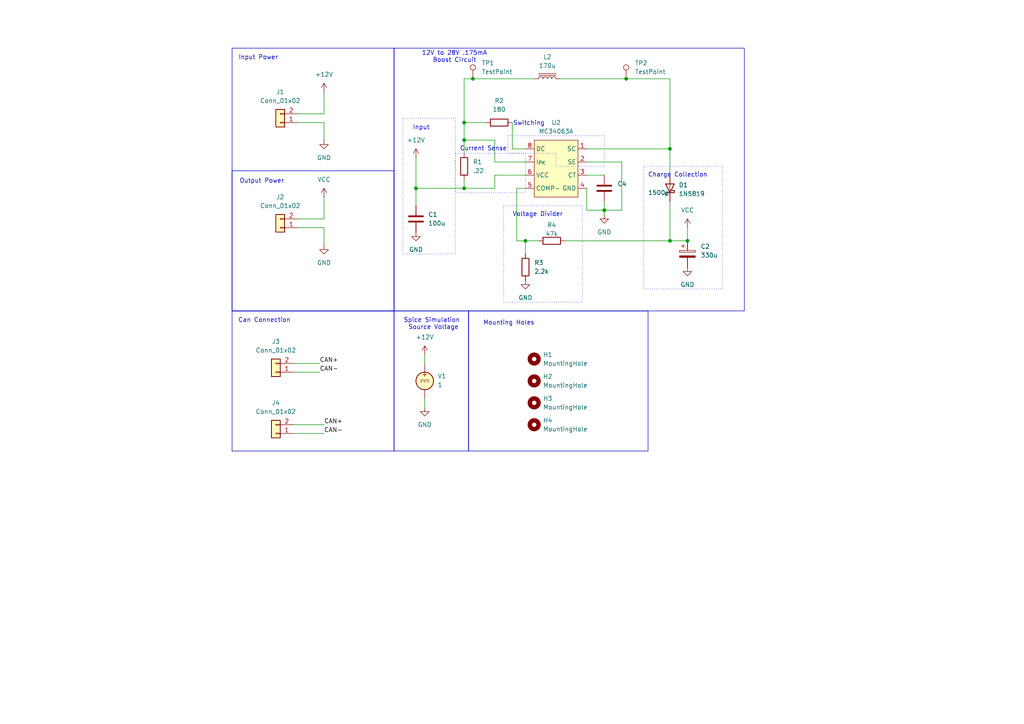
<source format=kicad_sch>
(kicad_sch (version 20250114) (generator "eeschema") (generator_version "9.0")
  (paper "A4")
  (lib_symbols
    (symbol "Connector:TestPoint" (pin_numbers (hide yes)) (pin_names (offset 0.762) (hide yes))
      (property "Reference" "TP" (at 0 6.858 0))
      (property "Value" "TestPoint" (at 0 5.08 0))
      (symbol "TestPoint_0_1"
        (circle (center 0 3.302) (radius 0.762))
      )
      (symbol "TestPoint_1_1"
        (pin passive line (at 0 0 90) (length 2.54) (name "1") (number "1"))
      )
    )
    (symbol "Connector_Generic:Conn_01x02" (pin_names (offset 1.016) (hide yes))
      (property "Reference" "J" (at 0 2.54 0))
      (property "Value" "Conn_01x02" (at 0 -5.08 0))
      (symbol "Conn_01x02_1_1"
        (rectangle (start -1.27 1.27) (end 1.27 -3.81) (stroke (width 0.254)) (fill (type background)))
        (rectangle (start -1.27 0.127) (end 0 -0.127) (stroke (width 0.1524)))
        (rectangle (start -1.27 -2.413) (end 0 -2.667) (stroke (width 0.1524)))
        (pin passive line (at -5.08 0 0) (length 3.81) (name "Pin_1") (number "1"))
        (pin passive line (at -5.08 -2.54 0) (length 3.81) (name "Pin_2") (number "2"))
      )
    )
    (symbol "Device:C" (pin_numbers (hide yes)) (pin_names (offset 0.254))
      (property "Reference" "C" (at 0.635 2.54 0))
      (property "Value" "C" (at 0.635 -2.54 0))
      (symbol "C_0_1"
        (polyline (pts (xy -2.032 0.762) (xy 2.032 0.762)) (stroke (width 0.508)))
        (polyline (pts (xy -2.032 -0.762) (xy 2.032 -0.762)) (stroke (width 0.508)))
      )
      (symbol "C_1_1"
        (pin passive line (at 0 3.81 270) (length 2.794) (name "~") (number "1"))
        (pin passive line (at 0 -3.81 90) (length 2.794) (name "~") (number "2"))
      )
    )
    (symbol "Device:C_Polarized" (pin_numbers (hide yes)) (pin_names (offset 0.254))
      (property "Reference" "C" (at 0.635 2.54 0))
      (property "Value" "C_Polarized" (at 0.635 -2.54 0))
      (symbol "C_Polarized_0_1"
        (rectangle (start -2.286 0.508) (end 2.286 1.016))
        (polyline (pts (xy -1.778 2.286) (xy -0.762 2.286)))
        (polyline (pts (xy -1.27 2.794) (xy -1.27 1.778)))
        (rectangle (start 2.286 -0.508) (end -2.286 -1.016) (fill (type outline)))
      )
      (symbol "C_Polarized_1_1"
        (pin passive line (at 0 3.81 270) (length 2.794) (name "~") (number "1"))
        (pin passive line (at 0 -3.81 90) (length 2.794) (name "~") (number "2"))
      )
    )
    (symbol "Device:L_Iron" (pin_numbers (hide yes)) (pin_names (offset 1.016) (hide yes))
      (property "Reference" "L" (at -1.27 0 90))
      (property "Value" "L_Iron" (at 2.794 0 90))
      (symbol "L_Iron_0_1"
        (arc (start 0 2.54) (mid 0.6323 1.905) (end 0 1.27))
        (arc (start 0 1.27) (mid 0.6323 0.635) (end 0 0))
        (arc (start 0 0) (mid 0.6323 -0.635) (end 0 -1.27))
        (arc (start 0 -1.27) (mid 0.6323 -1.905) (end 0 -2.54))
        (polyline (pts (xy 1.016 2.54) (xy 1.016 -2.54)))
        (polyline (pts (xy 1.524 -2.54) (xy 1.524 2.54)))
      )
      (symbol "L_Iron_1_1"
        (pin passive line (at 0 3.81 270) (length 1.27) (name "1") (number "1"))
        (pin passive line (at 0 -3.81 90) (length 1.27) (name "2") (number "2"))
      )
    )
    (symbol "Device:R" (pin_numbers (hide yes)) (pin_names (offset 0))
      (property "Reference" "R" (at 2.032 0 90))
      (property "Value" "R" (at 0 0 90))
      (symbol "R_0_1"
        (rectangle (start -1.016 -2.54) (end 1.016 2.54) (stroke (width 0.254)))
      )
      (symbol "R_1_1"
        (pin passive line (at 0 3.81 270) (length 1.27) (name "~") (number "1"))
        (pin passive line (at 0 -3.81 90) (length 1.27) (name "~") (number "2"))
      )
    )
    (symbol "Diode:1N5819" (pin_numbers (hide yes)) (pin_names (offset 1.016) (hide yes))
      (property "Reference" "D" (at 0 2.54 0))
      (property "Value" "1N5819" (at 0 -2.54 0))
      (symbol "1N5819_0_1"
        (polyline (pts (xy -1.905 0.635) (xy -1.905 1.27) (xy -1.27 1.27) (xy -1.27 -1.27) (xy -0.635 -1.27) (xy -0.635 -0.635)) (stroke (width 0.254)))
        (polyline (pts (xy 1.27 1.27) (xy 1.27 -1.27) (xy -1.27 0) (xy 1.27 1.27)) (stroke (width 0.254)))
        (polyline (pts (xy 1.27 0) (xy -1.27 0)))
      )
      (symbol "1N5819_1_1"
        (pin passive line (at -3.81 0 0) (length 2.54) (name "K") (number "1"))
        (pin passive line (at 3.81 0 180) (length 2.54) (name "A") (number "2"))
      )
    )
    (symbol "Mechanical:MountingHole" (pin_names (offset 1.016)) (in_bom no)
      (property "Reference" "H" (at 0 5.08 0))
      (property "Value" "MountingHole" (at 0 3.175 0))
      (symbol "MountingHole_0_1"
        (circle (center 0 0) (radius 1.27) (stroke (width 1.27)))
      )
    )
    (symbol "Robomaster_IC:MC34063A"
      (property "Reference" "U" (at 0 3.556 0))
      (property "Value" "MC34063A" (at 0 1.524 0))
      (symbol "MC34063A_1_1"
        (rectangle (start -6.35 0) (end 6.35 -16.51) (fill (type background)))
        (pin passive line (at -8.89 -2.54 0) (length 2.54) (name "DC") (number "8"))
        (pin input line (at -8.89 -6.35 0) (length 2.54) (name "I_{PK}") (number "7"))
        (pin power_in line (at -8.89 -10.16 0) (length 2.54) (name "VCC") (number "6"))
        (pin power_in line (at -8.89 -13.97 0) (length 2.54) (name "COMP-") (number "5"))
        (pin passive line (at 8.89 -2.54 180) (length 2.54) (name "SC") (number "1"))
        (pin passive line (at 8.89 -6.35 180) (length 2.54) (name "SE") (number "2"))
        (pin passive line (at 8.89 -10.16 180) (length 2.54) (name "CT") (number "3"))
        (pin power_in line (at 8.89 -13.97 180) (length 2.54) (name "GND") (number "4"))
      )
    )
    (symbol "Simulation_SPICE:VDC" (pin_numbers (hide yes)) (pin_names (offset 0.0254))
      (property "Reference" "V" (at 2.54 2.54 0))
      (property "Value" "1" (at 2.54 0 0))
      (symbol "VDC_0_0"
        (polyline (pts (xy -1.27 0.254) (xy 1.27 0.254)))
        (polyline (pts (xy -0.762 -0.254) (xy -1.27 -0.254)))
        (polyline (pts (xy 0.254 -0.254) (xy -0.254 -0.254)))
        (polyline (pts (xy 1.27 -0.254) (xy 0.762 -0.254)))
        (text "+" (at 0 1.905 0) (effects (font (size 1.27 1.27))))
      )
      (symbol "VDC_0_1"
        (circle (center 0 0) (radius 2.54) (stroke (width 0.254)) (fill (type background)))
      )
      (symbol "VDC_1_1"
        (pin passive line (at 0 5.08 270) (length 2.54) (name "~") (number "1"))
        (pin passive line (at 0 -5.08 90) (length 2.54) (name "~") (number "2"))
      )
    )
    (symbol "power:+12V" (power) (pin_numbers (hide yes)) (pin_names (offset 0) (hide yes))
      (property "Value" "+12V" (at 0 3.556 0))
      (symbol "+12V_0_1"
        (polyline (pts (xy -0.762 1.27) (xy 0 2.54)))
        (polyline (pts (xy 0 2.54) (xy 0.762 1.27)))
        (polyline (pts (xy 0 0) (xy 0 2.54)))
      )
      (symbol "+12V_1_1"
        (pin power_in line (at 0 0 90) (length 0) (name "~") (number "1"))
      )
    )
    (symbol "power:GND" (power) (pin_numbers (hide yes)) (pin_names (offset 0) (hide yes))
      (property "Value" "GND" (at 0 -3.81 0))
      (symbol "GND_0_1"
        (polyline (pts (xy 0 0) (xy 0 -1.27) (xy 1.27 -1.27) (xy 0 -2.54) (xy -1.27 -1.27) (xy 0 -1.27)))
      )
      (symbol "GND_1_1"
        (pin power_in line (at 0 0 270) (length 0) (name "~") (number "1"))
      )
    )
    (symbol "power:VCC" (power) (pin_numbers (hide yes)) (pin_names (offset 0) (hide yes))
      (property "Value" "VCC" (at 0 3.556 0))
      (symbol "VCC_0_1"
        (polyline (pts (xy -0.762 1.27) (xy 0 2.54)))
        (polyline (pts (xy 0 2.54) (xy 0.762 1.27)))
        (polyline (pts (xy 0 0) (xy 0 2.54)))
      )
      (symbol "VCC_1_1"
        (pin power_in line (at 0 0 90) (length 0) (name "~") (number "1"))
      )
    )
  )
  (rectangle (start 116.84 34.29) (end 132.08 73.66) (stroke (width 0) (type dot)))
  (rectangle (start 146.05 59.69) (end 168.91 87.63) (stroke (width 0) (type dot)))
  (rectangle (start 114.3 90.17) (end 135.89 130.81))
  (rectangle (start 67.31 13.97) (end 114.3 90.17))
  (rectangle (start 67.31 49.53) (end 114.3 90.17))
  (rectangle (start 186.69 48.26) (end 209.55 83.82) (stroke (width 0) (type dot)))
  (rectangle (start 132.08 44.45) (end 152.4 55.88) (stroke (width 0) (type dot)))
  (rectangle (start 135.89 90.17) (end 187.96 130.81))
  (rectangle (start 67.31 90.17) (end 114.3 130.81))
  (rectangle (start 114.3 13.97) (end 215.9 90.17))
  (text "Spice Simulation \nSource Voltage" (at 125.73 93.98 0) (effects (font (size 1.27 1.27))))
  (text "Charge Collection\n" (at 196.596 50.8 0) (effects (font (size 1.27 1.27))))
  (text "Output Power\n" (at 75.946 52.578 0) (effects (font (size 1.27 1.27))))
  (text "12V to 28V .175mA\nBoost Circuit\n" (at 131.826 16.51 0) (effects (font (size 1.27 1.27))))
  (text "Can Connection" (at 76.708 92.964 0) (effects (font (size 1.27 1.27))))
  (text "Input Power\n" (at 74.93 16.764 0) (effects (font (size 1.27 1.27))))
  (text "Mounting Holes" (at 147.574 93.726 0) (effects (font (size 1.27 1.27))))
  (text "Switching\n" (at 153.416 35.814 0) (effects (font (size 1.27 1.27))))
  (text "Current Sense\n" (at 140.208 43.18 0) (effects (font (size 1.27 1.27))))
  (text "Input\n" (at 122.174 37.084 0) (effects (font (size 1.27 1.27))))
  (text "Voltage Divider" (at 155.956 62.23 0) (effects (font (size 1.27 1.27))))
  (junction (at 194.31 69.85))
  (junction (at 199.39 69.85))
  (junction (at 152.4 69.85))
  (junction (at 134.62 35.56))
  (junction (at 134.62 40.64))
  (junction (at 175.26 60.96))
  (junction (at 181.61 22.86))
  (junction (at 134.62 54.61))
  (junction (at 194.31 43.18))
  (junction (at 120.65 54.61))
  (junction (at 137.16 22.86))
  (wire (pts (xy 163.83 69.85) (xy 194.31 69.85)))
  (wire (pts (xy 194.31 22.86) (xy 194.31 43.18)))
  (wire (pts (xy 85.09 123.19) (xy 93.98 123.19)))
  (wire (pts (xy 175.26 58.42) (xy 175.26 60.96)))
  (wire (pts (xy 134.62 44.45) (xy 134.62 40.64)))
  (wire (pts (xy 170.18 60.96) (xy 175.26 60.96)))
  (polyline (pts (xy 147.32 44.45) (xy 161.29 44.45)) (stroke (width 0) (type dot)))
  (wire (pts (xy 120.65 45.72) (xy 120.65 54.61)))
  (wire (pts (xy 85.09 125.73) (xy 93.98 125.73)))
  (wire (pts (xy 152.4 46.99) (xy 143.51 46.99)))
  (wire (pts (xy 170.18 50.8) (xy 175.26 50.8)))
  (wire (pts (xy 152.4 69.85) (xy 152.4 73.66)))
  (wire (pts (xy 180.34 46.99) (xy 180.34 60.96)))
  (wire (pts (xy 152.4 54.61) (xy 149.86 54.61)))
  (wire (pts (xy 86.36 35.56) (xy 93.98 35.56)))
  (wire (pts (xy 194.31 69.85) (xy 199.39 69.85)))
  (wire (pts (xy 170.18 46.99) (xy 180.34 46.99)))
  (wire (pts (xy 143.51 40.64) (xy 143.51 46.99)))
  (wire (pts (xy 85.09 105.41) (xy 92.71 105.41)))
  (polyline (pts (xy 175.26 39.37) (xy 147.32 39.37)) (stroke (width 0) (type dot)))
  (wire (pts (xy 175.26 60.96) (xy 175.26 62.23)))
  (polyline (pts (xy 175.26 48.26) (xy 175.26 39.37)) (stroke (width 0) (type dot)))
  (wire (pts (xy 156.21 69.85) (xy 152.4 69.85)))
  (wire (pts (xy 86.36 66.04) (xy 93.98 66.04)))
  (wire (pts (xy 152.4 43.18) (xy 148.59 43.18)))
  (wire (pts (xy 143.51 50.8) (xy 152.4 50.8)))
  (wire (pts (xy 194.31 58.42) (xy 194.31 69.85)))
  (wire (pts (xy 143.51 50.8) (xy 143.51 54.61)))
  (wire (pts (xy 199.39 66.04) (xy 199.39 69.85)))
  (wire (pts (xy 93.98 66.04) (xy 93.98 71.12)))
  (wire (pts (xy 123.19 102.87) (xy 123.19 105.41)))
  (wire (pts (xy 194.31 43.18) (xy 194.31 50.8)))
  (wire (pts (xy 134.62 54.61) (xy 143.51 54.61)))
  (wire (pts (xy 120.65 59.69) (xy 120.65 54.61)))
  (wire (pts (xy 134.62 52.07) (xy 134.62 54.61)))
  (wire (pts (xy 93.98 26.67) (xy 93.98 33.02)))
  (wire (pts (xy 134.62 22.86) (xy 134.62 35.56)))
  (wire (pts (xy 137.16 22.86) (xy 154.94 22.86)))
  (wire (pts (xy 134.62 22.86) (xy 137.16 22.86)))
  (wire (pts (xy 134.62 35.56) (xy 140.97 35.56)))
  (polyline (pts (xy 161.29 44.45) (xy 161.29 48.26)) (stroke (width 0) (type dot)))
  (wire (pts (xy 93.98 57.15) (xy 93.98 63.5)))
  (wire (pts (xy 123.19 115.57) (xy 123.19 118.11)))
  (wire (pts (xy 120.65 54.61) (xy 134.62 54.61)))
  (wire (pts (xy 181.61 22.86) (xy 194.31 22.86)))
  (wire (pts (xy 148.59 35.56) (xy 148.59 43.18)))
  (wire (pts (xy 93.98 35.56) (xy 93.98 40.64)))
  (wire (pts (xy 85.09 107.95) (xy 92.71 107.95)))
  (wire (pts (xy 134.62 40.64) (xy 134.62 35.56)))
  (wire (pts (xy 162.56 22.86) (xy 181.61 22.86)))
  (wire (pts (xy 86.36 63.5) (xy 93.98 63.5)))
  (wire (pts (xy 86.36 33.02) (xy 93.98 33.02)))
  (wire (pts (xy 175.26 60.96) (xy 180.34 60.96)))
  (polyline (pts (xy 161.29 48.26) (xy 175.26 48.26)) (stroke (width 0) (type dot)))
  (wire (pts (xy 170.18 43.18) (xy 194.31 43.18)))
  (wire (pts (xy 134.62 40.64) (xy 143.51 40.64)))
  (wire (pts (xy 170.18 54.61) (xy 170.18 60.96)))
  (wire (pts (xy 149.86 54.61) (xy 149.86 69.85)))
  (wire (pts (xy 149.86 69.85) (xy 152.4 69.85)))
  (polyline (pts (xy 147.32 39.37) (xy 147.32 44.45)) (stroke (width 0) (type dot)))
  (label "CAN+" (at 92.71 105.41 0))
  (label "CAN+" (at 93.98 123.19 0))
  (label "CAN-" (at 93.98 125.73 0))
  (label "CAN-" (at 92.71 107.95 0))
  (symbol (lib_id "Device:L_Iron") (at 158.75 22.86 90) (unit 1)
    (property "Reference" "L2" (at 158.75 16.51 90))
    (property "Value" "170u" (at 158.75 19.05 90))
    (property "Footprint" "example_library:SRR1210181M" (effects (hide yes)))
    (property "Description" "Inductor with iron core" (effects (hide yes)))
  )
  (symbol (lib_id "Device:R") (at 144.78 35.56 90) (unit 1)
    (property "Reference" "R2" (at 144.78 29.21 90))
    (property "Value" "180" (at 144.78 31.75 90))
    (property "Footprint" "Resistor_SMD:R_0805_2012Metric_Pad1.20x1.40mm_HandSolder" (effects (hide yes)))
    (property "Description" "Resistor" (effects (hide yes)))
  )
  (symbol (lib_id "power:VCC") (at 199.39 66.04 0) (unit 1)
    (property "Reference" "#PWR06" (effects (hide yes)))
    (property "Value" "VCC" (at 199.39 60.96 0))
    (property "Description" "Power symbol creates a global label with name \"VCC\"" (effects (hide yes)))
  )
  (symbol (lib_id "power:VCC") (at 93.98 57.15 0) (unit 1)
    (property "Reference" "#PWR011" (effects (hide yes)))
    (property "Value" "VCC" (at 93.98 52.07 0))
    (property "Description" "Power symbol creates a global label with name \"VCC\"" (effects (hide yes)))
  )
  (symbol (lib_id "Mechanical:MountingHole") (at 154.94 104.14 0) (unit 1) (exclude_from_sim yes) (in_bom no)
    (property "Reference" "H1" (at 157.48 102.8699 0) (effects (justify left)))
    (property "Value" "MountingHole" (at 157.48 105.4099 0) (effects (justify left)))
    (property "Footprint" "MountingHole:MountingHole_2.2mm_M2" (effects (hide yes)))
    (property "Description" "Mounting Hole without connection" (effects (hide yes)))
  )
  (symbol (lib_id "Diode:1N5819") (at 194.31 54.61 90) (unit 1)
    (property "Reference" "D1" (at 196.85 53.6574 90) (effects (justify right)))
    (property "Value" "1N5819" (at 196.85 56.1974 90) (effects (justify right)))
    (property "Footprint" "Diode_SMD:D_SOD-123F" (effects (hide yes)))
    (property "Datasheet" "http://www.vishay.com/docs/88525/1n5817.pdf" (effects (hide yes)))
    (property "Description" "40V 1A Schottky Barrier Rectifier Diode, DO-41" (effects (hide yes)))
    (property "Sim.Library" "C:\\Users\\shane\\OneDrive\\Documents\\GitHub\\rm_electrical_onboarding\\1N5819.spice.txt" (effects (hide yes)))
    (property "Sim.Name" "DI_1N5819" (effects (hide yes)))
    (property "Sim.Device" "D" (effects (hide yes)))
    (property "Sim.Pins" "1=K 2=A" (effects (hide yes)))
  )
  (symbol (lib_id "power:GND") (at 152.4 81.28 0) (unit 1)
    (property "Reference" "#PWR03" (effects (hide yes)))
    (property "Value" "GND" (at 152.4 86.36 0))
    (property "Description" "Power symbol creates a global label with name \"GND\" , ground" (effects (hide yes)))
  )
  (symbol (lib_id "power:GND") (at 120.65 67.31 0) (unit 1)
    (property "Reference" "#PWR01" (effects (hide yes)))
    (property "Value" "GND" (at 120.65 72.39 0))
    (property "Description" "Power symbol creates a global label with name \"GND\" , ground" (effects (hide yes)))
  )
  (symbol (lib_id "Connector_Generic:Conn_01x02") (at 80.01 125.73 180) (unit 1) (exclude_from_sim yes)
    (property "Reference" "J4" (at 80.01 116.84 0))
    (property "Value" "Conn_01x02" (at 80.01 119.38 0))
    (property "Footprint" "Connector_JST:JST_GH_BM02B-GHS-TBT_1x02-1MP_P1.25mm_Vertical" (effects (hide yes)))
    (property "Description" "Generic connector, single row, 01x02, script generated (kicad-library-utils/schlib/autogen/connector/)" (effects (hide yes)))
  )
  (symbol (lib_id "Connector_Generic:Conn_01x02") (at 81.28 35.56 180) (unit 1) (exclude_from_sim yes)
    (property "Reference" "J1" (at 81.28 26.67 0))
    (property "Value" "Conn_01x02" (at 81.28 29.21 0))
    (property "Footprint" "Connector_AMASS:AMASS_XT30U-F_1x02_P5.0mm_Vertical" (effects (hide yes)))
    (property "Description" "Generic connector, single row, 01x02, script generated (kicad-library-utils/schlib/autogen/connector/)" (effects (hide yes)))
  )
  (symbol (lib_id "power:GND") (at 93.98 71.12 0) (unit 1)
    (property "Reference" "#PWR010" (effects (hide yes)))
    (property "Value" "GND" (at 93.98 76.2 0))
    (property "Description" "Power symbol creates a global label with name \"GND\" , ground" (effects (hide yes)))
  )
  (symbol (lib_id "power:GND") (at 123.19 118.11 0) (unit 1)
    (property "Reference" "#PWR09" (effects (hide yes)))
    (property "Value" "GND" (at 123.19 123.19 0))
    (property "Description" "Power symbol creates a global label with name \"GND\" , ground" (effects (hide yes)))
  )
  (symbol (lib_id "Mechanical:MountingHole") (at 154.94 110.49 0) (unit 1) (exclude_from_sim yes) (in_bom no)
    (property "Reference" "H2" (at 157.48 109.2199 0) (effects (justify left)))
    (property "Value" "MountingHole" (at 157.48 111.7599 0) (effects (justify left)))
    (property "Footprint" "MountingHole:MountingHole_2.2mm_M2" (effects (hide yes)))
    (property "Description" "Mounting Hole without connection" (effects (hide yes)))
  )
  (symbol (lib_id "power:GND") (at 93.98 40.64 0) (unit 1)
    (property "Reference" "#PWR08" (effects (hide yes)))
    (property "Value" "GND" (at 93.98 45.72 0))
    (property "Description" "Power symbol creates a global label with name \"GND\" , ground" (effects (hide yes)))
  )
  (symbol (lib_id "Device:C") (at 120.65 63.5 0) (unit 1)
    (property "Reference" "C1" (at 124.206 62.23 0) (effects (justify left)))
    (property "Value" "100u" (at 124.206 64.77 0) (effects (justify left)))
    (property "Footprint" "Capacitor_THT:CP_Radial_D8.0mm_P5.00mm" (effects (hide yes)))
    (property "Description" "Unpolarized capacitor" (effects (hide yes)))
  )
  (symbol (lib_id "power:GND") (at 175.26 62.23 0) (unit 1)
    (property "Reference" "#PWR07" (effects (hide yes)))
    (property "Value" "GND" (at 175.26 67.31 0))
    (property "Description" "Power symbol creates a global label with name \"GND\" , ground" (effects (hide yes)))
  )
  (symbol (lib_id "Connector:TestPoint") (at 181.61 22.86 0) (unit 1) (exclude_from_sim yes)
    (property "Reference" "TP2" (at 184.15 18.2879 0) (effects (justify left)))
    (property "Value" "TestPoint" (at 184.15 20.8279 0) (effects (justify left)))
    (property "Footprint" "TestPoint:TestPoint_Bridge_Pitch2.0mm_Drill0.7mm" (effects (hide yes)))
    (property "Description" "test point" (effects (hide yes)))
  )
  (symbol (lib_id "Device:R") (at 160.02 69.85 90) (unit 1)
    (property "Reference" "R4" (at 160.02 65.278 90))
    (property "Value" "47k" (at 160.02 67.818 90))
    (property "Footprint" "Resistor_SMD:R_0603_1608Metric_Pad0.98x0.95mm_HandSolder" (effects (hide yes)))
    (property "Description" "Resistor" (effects (hide yes)))
  )
  (symbol (lib_id "Connector_Generic:Conn_01x02") (at 81.28 66.04 180) (unit 1) (exclude_from_sim yes)
    (property "Reference" "J2" (at 81.28 57.15 0))
    (property "Value" "Conn_01x02" (at 81.28 59.69 0))
    (property "Footprint" "Connector_AMASS:AMASS_XT30U-M_1x02_P5.0mm_Vertical" (effects (hide yes)))
    (property "Description" "Generic connector, single row, 01x02, script generated (kicad-library-utils/schlib/autogen/connector/)" (effects (hide yes)))
  )
  (symbol (lib_id "Robomaster_IC:MC34063A") (at 161.29 40.64 0) (unit 1)
    (property "Reference" "U2" (at 161.29 35.56 0))
    (property "Value" "MC34063A" (at 161.29 38.1 0))
    (property "Footprint" "Package_SO:SOIC-8_3.9x4.9mm_P1.27mm" (effects (hide yes)))
    (property "Datasheet" "https://www.ti.com/lit/gpn/mc34063a" (effects (hide yes)))
    (property "Description" "1.5-A boost, buck, inverting switching regulator, operation from 0°C to 70°C" (effects (hide yes)))
    (property "Mouser Part Number" "595-MC34063ADR" (effects (hide yes)))
    (property "Sim.Library" "C:\\Users\\shane\\OneDrive\\Documents\\GitHub\\rm_electrical_onboarding\\MC33063A-Q1_TRANS.lib" (effects (hide yes)))
    (property "Sim.Name" "MC33063A-Q1_TRANS" (effects (hide yes)))
    (property "Sim.Device" "SUBCKT" (effects (hide yes)))
    (property "Sim.Pins" "1=SC 2=SE 3=TC 4=GND 5=CII 6=VCC 7=Ipk 8=DC" (effects (hide yes)))
  )
  (symbol (lib_id "power:+12V") (at 120.65 45.72 0) (unit 1)
    (property "Reference" "#PWR04" (effects (hide yes)))
    (property "Value" "+12V" (at 120.65 40.64 0))
    (property "Description" "Power symbol creates a global label with name \"+12V\"" (effects (hide yes)))
  )
  (symbol (lib_id "Mechanical:MountingHole") (at 154.94 116.84 0) (unit 1) (exclude_from_sim yes) (in_bom no)
    (property "Reference" "H3" (at 157.48 115.5699 0) (effects (justify left)))
    (property "Value" "MountingHole" (at 157.48 118.1099 0) (effects (justify left)))
    (property "Footprint" "MountingHole:MountingHole_2.2mm_M2" (effects (hide yes)))
    (property "Description" "Mounting Hole without connection" (effects (hide yes)))
  )
  (symbol (lib_id "power:+12V") (at 123.19 102.87 0) (unit 1)
    (property "Reference" "#PWR012" (effects (hide yes)))
    (property "Value" "+12V" (at 123.19 97.79 0))
    (property "Description" "Power symbol creates a global label with name \"+12V\"" (effects (hide yes)))
  )
  (symbol (lib_id "Device:R") (at 134.62 48.26 0) (unit 1)
    (property "Reference" "R1" (at 137.16 46.9899 0) (effects (justify left)))
    (property "Value" ".22" (at 137.16 49.5299 0) (effects (justify left)))
    (property "Footprint" "Resistor_SMD:R_0603_1608Metric_Pad0.98x0.95mm_HandSolder" (effects (hide yes)))
    (property "Description" "Resistor" (effects (hide yes)))
  )
  (symbol (lib_id "Connector_Generic:Conn_01x02") (at 80.01 107.95 180) (unit 1) (exclude_from_sim yes)
    (property "Reference" "J3" (at 80.01 99.06 0))
    (property "Value" "Conn_01x02" (at 80.01 101.6 0))
    (property "Footprint" "Connector_JST:JST_GH_BM02B-GHS-TBT_1x02-1MP_P1.25mm_Vertical" (effects (hide yes)))
    (property "Description" "Generic connector, single row, 01x02, script generated (kicad-library-utils/schlib/autogen/connector/)" (effects (hide yes)))
  )
  (symbol (lib_id "Device:R") (at 152.4 77.47 180) (unit 1)
    (property "Reference" "R3" (at 154.94 76.1999 0) (effects (justify right)))
    (property "Value" "2.2k" (at 154.94 78.7399 0) (effects (justify right)))
    (property "Footprint" "Resistor_SMD:R_0603_1608Metric_Pad0.98x0.95mm_HandSolder" (effects (hide yes)))
    (property "Description" "Resistor" (effects (hide yes)))
  )
  (symbol (lib_id "Device:C_Polarized") (at 199.39 73.66 0) (unit 1)
    (property "Reference" "C2" (at 203.2 71.5009 0) (effects (justify left)))
    (property "Value" "330u" (at 203.2 74.0409 0) (effects (justify left)))
    (property "Footprint" "Capacitor_SMD:C_0603_1608Metric_Pad1.08x0.95mm_HandSolder" (effects (hide yes)))
    (property "Description" "Polarized capacitor" (effects (hide yes)))
  )
  (symbol (lib_id "power:GND") (at 199.39 77.47 0) (unit 1)
    (property "Reference" "#PWR02" (effects (hide yes)))
    (property "Value" "GND" (at 199.39 82.55 0))
    (property "Description" "Power symbol creates a global label with name \"GND\" , ground" (effects (hide yes)))
  )
  (symbol (lib_id "Device:C") (at 175.26 54.61 0) (unit 1)
    (property "Reference" "C4" (at 179.07 53.3399 0) (effects (justify left)))
    (property "Value" "1500p" (at 187.96 55.8799 0) (effects (justify left)))
    (property "Footprint" "Capacitor_SMD:C_0805_2012Metric" (effects (hide yes)))
    (property "Description" "Unpolarized capacitor" (effects (hide yes)))
  )
  (symbol (lib_id "Simulation_SPICE:VDC") (at 123.19 110.49 0) (unit 1)
    (property "Reference" "V1" (at 126.922 109.0901 0) (effects (justify left)))
    (property "Value" "1" (at 126.922 111.6301 0) (effects (justify left)))
    (property "Datasheet" "https://ngspice.sourceforge.io/docs/ngspice-html-manual/manual.xhtml#sec_Independent_Sources_for" (effects (hide yes)))
    (property "Description" "Voltage source, DC" (effects (hide yes)))
    (property "Sim.Pins" "1=+ 2=-" (effects (hide yes)))
    (property "Sim.Type" "DC" (effects (hide yes)))
    (property "Sim.Device" "V" (effects (hide yes)))
  )
  (symbol (lib_id "Mechanical:MountingHole") (at 154.94 123.19 0) (unit 1) (exclude_from_sim yes) (in_bom no)
    (property "Reference" "H4" (at 157.48 121.9199 0) (effects (justify left)))
    (property "Value" "MountingHole" (at 157.48 124.4599 0) (effects (justify left)))
    (property "Footprint" "MountingHole:MountingHole_2.2mm_M2" (effects (hide yes)))
    (property "Description" "Mounting Hole without connection" (effects (hide yes)))
  )
  (symbol (lib_id "power:+12V") (at 93.98 26.67 0) (unit 1)
    (property "Reference" "#PWR05" (effects (hide yes)))
    (property "Value" "+12V" (at 93.98 21.59 0))
    (property "Description" "Power symbol creates a global label with name \"+12V\"" (effects (hide yes)))
  )
  (symbol (lib_id "Connector:TestPoint") (at 137.16 22.86 0) (unit 1) (exclude_from_sim yes)
    (property "Reference" "TP1" (at 139.7 18.2879 0) (effects (justify left)))
    (property "Value" "TestPoint" (at 139.7 20.8279 0) (effects (justify left)))
    (property "Footprint" "TestPoint:TestPoint_Bridge_Pitch2.0mm_Drill0.7mm" (effects (hide yes)))
    (property "Description" "test point" (effects (hide yes)))
  )
)
</source>
